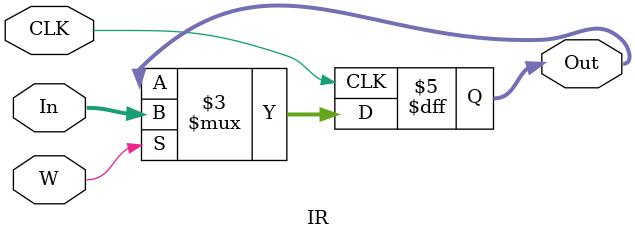
<source format=v>
module IR(
	input W,
	input CLK,
	input [31:0] In,
	output reg [31:0] Out
);
	always @ (posedge CLK) begin
		if(W) Out=In;
	end
endmodule
</source>
